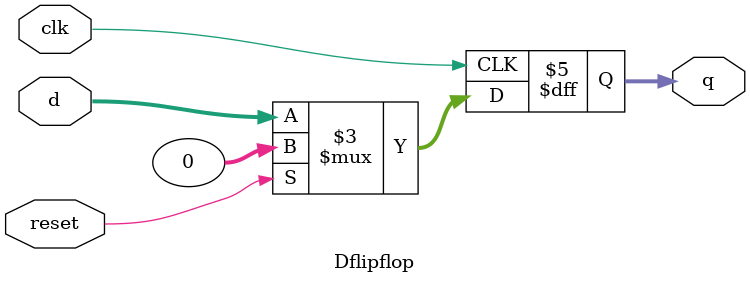
<source format=sv>
module Dflipflop #(parameter N=32) (
    input logic clk,    
    input logic [N-1:0] d,      
    input logic reset,  
    output logic [N-1:0] q  
);
    always_ff @(posedge clk ) 
	 begin
        if (reset)
            q <= 0;  
        else
            q <= d;      
    end
endmodule
</source>
